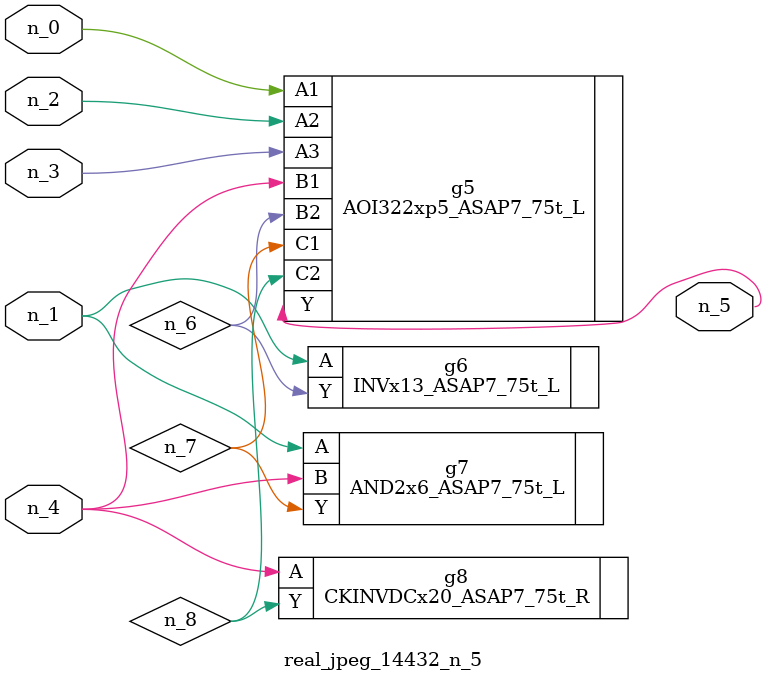
<source format=v>
module real_jpeg_14432_n_5 (n_4, n_0, n_1, n_2, n_3, n_5);

input n_4;
input n_0;
input n_1;
input n_2;
input n_3;

output n_5;

wire n_8;
wire n_6;
wire n_7;

AOI322xp5_ASAP7_75t_L g5 ( 
.A1(n_0),
.A2(n_2),
.A3(n_3),
.B1(n_4),
.B2(n_6),
.C1(n_7),
.C2(n_8),
.Y(n_5)
);

INVx13_ASAP7_75t_L g6 ( 
.A(n_1),
.Y(n_6)
);

AND2x6_ASAP7_75t_L g7 ( 
.A(n_1),
.B(n_4),
.Y(n_7)
);

CKINVDCx20_ASAP7_75t_R g8 ( 
.A(n_4),
.Y(n_8)
);


endmodule
</source>
